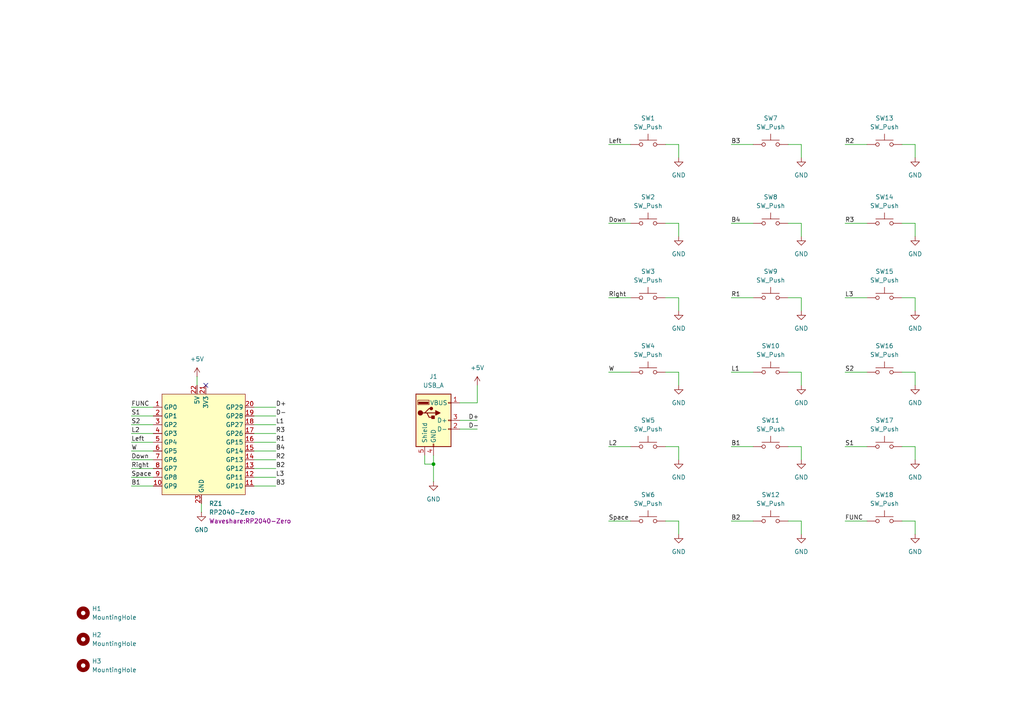
<source format=kicad_sch>
(kicad_sch (version 20250114) (generator "eeschema") (generator_version "9.0")
  (paper "A4")
  (lib_symbols
    (symbol "Connector:USB_A" (pin_names (offset 1.016))
      (property "Reference" "J" (at -5.08 11.43 0))
      (property "Value" "USB_A" (at -5.08 8.89 0))
      (symbol "USB_A_0_1"
        (rectangle (start -5.08 -7.62) (end 5.08 7.62) (stroke (width 0.254)) (fill (type background)))
        (circle (center -3.81 2.159) (radius 0.635) (stroke (width 0.254)) (fill (type outline)))
        (polyline (pts (xy -3.175 2.159) (xy -2.54 2.159) (xy -1.27 3.429) (xy -0.635 3.429)) (stroke (width 0.254)))
        (polyline (pts (xy -2.54 2.159) (xy -1.905 2.159) (xy -1.27 0.889) (xy 0 0.889)) (stroke (width 0.254)))
        (rectangle (start -1.524 4.826) (end -4.318 5.334) (fill (type outline)))
        (rectangle (start -1.27 4.572) (end -4.572 5.842))
        (circle (center -0.635 3.429) (radius 0.381) (stroke (width 0.254)) (fill (type outline)))
        (rectangle (start -0.127 -7.62) (end 0.127 -6.858))
        (rectangle (start 0.254 1.27) (end -0.508 0.508) (stroke (width 0.254)) (fill (type outline)))
        (polyline (pts (xy 0.635 2.794) (xy 0.635 1.524) (xy 1.905 2.159) (xy 0.635 2.794)) (stroke (width 0.254)) (fill (type outline)))
        (rectangle (start 5.08 4.953) (end 4.318 5.207))
        (rectangle (start 5.08 -0.127) (end 4.318 0.127))
        (rectangle (start 5.08 -2.667) (end 4.318 -2.413))
      )
      (symbol "USB_A_1_1"
        (polyline (pts (xy -1.905 2.159) (xy 0.635 2.159)) (stroke (width 0.254)))
        (pin passive line (at -2.54 -10.16 90) (length 2.54) (name "Shield") (number "5"))
        (pin power_in line (at 0 -10.16 90) (length 2.54) (name "GND") (number "4"))
        (pin power_in line (at 7.62 5.08 180) (length 2.54) (name "VBUS") (number "1"))
        (pin bidirectional line (at 7.62 0 180) (length 2.54) (name "D+") (number "3"))
        (pin bidirectional line (at 7.62 -2.54 180) (length 2.54) (name "D-") (number "2"))
      )
    )
    (symbol "Mechanical:MountingHole" (pin_names (offset 1.016)) (exclude_from_sim yes) (in_bom no)
      (property "Reference" "H" (at 0 5.08 0))
      (property "Value" "MountingHole" (at 0 3.175 0))
      (symbol "MountingHole_0_1"
        (circle (center 0 0) (radius 1.27) (stroke (width 1.27)))
      )
    )
    (symbol "Switch:SW_Push" (pin_numbers (hide yes)) (pin_names (offset 1.016) (hide yes))
      (property "Reference" "SW" (at 1.27 2.54 0))
      (property "Value" "SW_Push" (at 0 -1.524 0))
      (symbol "SW_Push_0_1"
        (circle (center -2.032 0) (radius 0.508))
        (polyline (pts (xy 0 1.27) (xy 0 3.048)))
        (circle (center 2.032 0) (radius 0.508))
        (polyline (pts (xy 2.54 1.27) (xy -2.54 1.27)))
        (pin passive line (at -5.08 0 0) (length 2.54) (name "1") (number "1"))
        (pin passive line (at 5.08 0 180) (length 2.54) (name "2") (number "2"))
      )
    )
    (symbol "Waveshare:RP2040-Zero"
      (property "Reference" "RZ" (at 0 0 0))
      (property "Value" "RP2040-Zero" (at 0 -2.54 0))
      (property "Footprint" "RP2040-Zero:RP2040-Zero" (at 0 0 0))
      (symbol "RP2040-Zero_0_1"
        (rectangle (start -11.43 -15.24) (end 12.7 13.97) (fill (type background)))
      )
      (symbol "RP2040-Zero_1_1"
        (pin bidirectional line (at -13.97 10.16 0) (length 2.54) (name "GP0") (number "1"))
        (pin bidirectional line (at -13.97 7.62 0) (length 2.54) (name "GP1") (number "2"))
        (pin bidirectional line (at -13.97 5.08 0) (length 2.54) (name "GP2") (number "3"))
        (pin bidirectional line (at -13.97 2.54 0) (length 2.54) (name "GP3") (number "4"))
        (pin bidirectional line (at -13.97 0 0) (length 2.54) (name "GP4") (number "5"))
        (pin bidirectional line (at -13.97 -2.54 0) (length 2.54) (name "GP5") (number "6"))
        (pin bidirectional line (at -13.97 -5.08 0) (length 2.54) (name "GP6") (number "7"))
        (pin bidirectional line (at -13.97 -7.62 0) (length 2.54) (name "GP7") (number "8"))
        (pin bidirectional line (at -13.97 -10.16 0) (length 2.54) (name "GP8") (number "9"))
        (pin bidirectional line (at -13.97 -12.7 0) (length 2.54) (name "GP9") (number "10"))
        (pin power_in line (at -1.27 16.51 270) (length 2.54) (name "5V") (number "22"))
        (pin power_in line (at 0 -17.78 90) (length 2.54) (name "GND") (number "23"))
        (pin power_in line (at 1.27 16.51 270) (length 2.54) (name "3V3") (number "21"))
        (pin bidirectional line (at 15.24 10.16 180) (length 2.54) (name "GP29") (number "20"))
        (pin bidirectional line (at 15.24 7.62 180) (length 2.54) (name "GP28") (number "19"))
        (pin bidirectional line (at 15.24 5.08 180) (length 2.54) (name "GP27") (number "18"))
        (pin bidirectional line (at 15.24 2.54 180) (length 2.54) (name "GP26") (number "17"))
        (pin bidirectional line (at 15.24 0 180) (length 2.54) (name "GP15") (number "16"))
        (pin bidirectional line (at 15.24 -2.54 180) (length 2.54) (name "GP14") (number "15"))
        (pin bidirectional line (at 15.24 -5.08 180) (length 2.54) (name "GP13") (number "14"))
        (pin bidirectional line (at 15.24 -7.62 180) (length 2.54) (name "GP12") (number "13"))
        (pin bidirectional line (at 15.24 -10.16 180) (length 2.54) (name "GP11") (number "12"))
        (pin bidirectional line (at 15.24 -12.7 180) (length 2.54) (name "GP10") (number "11"))
      )
    )
    (symbol "power:+5V" (power) (pin_numbers (hide yes)) (pin_names (offset 0) (hide yes))
      (property "Value" "+5V" (at 0 3.556 0))
      (symbol "+5V_0_1"
        (polyline (pts (xy -0.762 1.27) (xy 0 2.54)))
        (polyline (pts (xy 0 2.54) (xy 0.762 1.27)))
        (polyline (pts (xy 0 0) (xy 0 2.54)))
      )
      (symbol "+5V_1_1"
        (pin power_in line (at 0 0 90) (length 0) (name "~") (number "1"))
      )
    )
    (symbol "power:GND" (power) (pin_numbers (hide yes)) (pin_names (offset 0) (hide yes))
      (property "Value" "GND" (at 0 -3.81 0))
      (symbol "GND_0_1"
        (polyline (pts (xy 0 0) (xy 0 -1.27) (xy 1.27 -1.27) (xy 0 -2.54) (xy -1.27 -1.27) (xy 0 -1.27)))
      )
      (symbol "GND_1_1"
        (pin power_in line (at 0 0 270) (length 0) (name "~") (number "1"))
      )
    )
  )
  (junction (at 125.73 134.62))
  (no_connect (at 59.69 111.76))
  (wire (pts (xy 73.66 130.81) (xy 80.01 130.81)))
  (wire (pts (xy 265.43 86.36) (xy 265.43 90.17)))
  (wire (pts (xy 38.1 128.27) (xy 44.45 128.27)))
  (wire (pts (xy 232.41 129.54) (xy 232.41 133.35)))
  (wire (pts (xy 228.6 64.77) (xy 232.41 64.77)))
  (wire (pts (xy 176.53 86.36) (xy 182.88 86.36)))
  (wire (pts (xy 176.53 64.77) (xy 182.88 64.77)))
  (wire (pts (xy 73.66 118.11) (xy 80.01 118.11)))
  (wire (pts (xy 38.1 125.73) (xy 44.45 125.73)))
  (wire (pts (xy 73.66 123.19) (xy 80.01 123.19)))
  (wire (pts (xy 57.15 109.22) (xy 57.15 111.76)))
  (wire (pts (xy 38.1 123.19) (xy 44.45 123.19)))
  (wire (pts (xy 228.6 41.91) (xy 232.41 41.91)))
  (wire (pts (xy 138.43 116.84) (xy 138.43 111.76)))
  (wire (pts (xy 212.09 64.77) (xy 218.44 64.77)))
  (wire (pts (xy 228.6 86.36) (xy 232.41 86.36)))
  (wire (pts (xy 125.73 134.62) (xy 125.73 139.7)))
  (wire (pts (xy 38.1 138.43) (xy 44.45 138.43)))
  (wire (pts (xy 193.04 86.36) (xy 196.85 86.36)))
  (wire (pts (xy 232.41 107.95) (xy 232.41 111.76)))
  (wire (pts (xy 265.43 107.95) (xy 265.43 111.76)))
  (wire (pts (xy 38.1 140.97) (xy 44.45 140.97)))
  (wire (pts (xy 193.04 41.91) (xy 196.85 41.91)))
  (wire (pts (xy 261.62 86.36) (xy 265.43 86.36)))
  (wire (pts (xy 196.85 86.36) (xy 196.85 90.17)))
  (wire (pts (xy 261.62 151.13) (xy 265.43 151.13)))
  (wire (pts (xy 232.41 86.36) (xy 232.41 90.17)))
  (wire (pts (xy 58.42 146.05) (xy 58.42 148.59)))
  (wire (pts (xy 73.66 128.27) (xy 80.01 128.27)))
  (wire (pts (xy 245.11 151.13) (xy 251.46 151.13)))
  (wire (pts (xy 196.85 129.54) (xy 196.85 133.35)))
  (wire (pts (xy 196.85 151.13) (xy 196.85 154.94)))
  (wire (pts (xy 196.85 107.95) (xy 196.85 111.76)))
  (wire (pts (xy 38.1 120.65) (xy 44.45 120.65)))
  (wire (pts (xy 261.62 41.91) (xy 265.43 41.91)))
  (wire (pts (xy 193.04 151.13) (xy 196.85 151.13)))
  (wire (pts (xy 196.85 41.91) (xy 196.85 45.72)))
  (wire (pts (xy 73.66 120.65) (xy 80.01 120.65)))
  (wire (pts (xy 228.6 107.95) (xy 232.41 107.95)))
  (wire (pts (xy 265.43 151.13) (xy 265.43 154.94)))
  (wire (pts (xy 73.66 135.89) (xy 80.01 135.89)))
  (wire (pts (xy 232.41 151.13) (xy 232.41 154.94)))
  (wire (pts (xy 196.85 64.77) (xy 196.85 68.58)))
  (wire (pts (xy 193.04 64.77) (xy 196.85 64.77)))
  (wire (pts (xy 245.11 64.77) (xy 251.46 64.77)))
  (wire (pts (xy 73.66 133.35) (xy 80.01 133.35)))
  (wire (pts (xy 133.35 124.46) (xy 138.43 124.46)))
  (wire (pts (xy 265.43 64.77) (xy 265.43 68.58)))
  (wire (pts (xy 261.62 129.54) (xy 265.43 129.54)))
  (wire (pts (xy 38.1 130.81) (xy 44.45 130.81)))
  (wire (pts (xy 125.73 132.08) (xy 125.73 134.62)))
  (wire (pts (xy 245.11 41.91) (xy 251.46 41.91)))
  (wire (pts (xy 73.66 138.43) (xy 80.01 138.43)))
  (wire (pts (xy 73.66 125.73) (xy 80.01 125.73)))
  (wire (pts (xy 212.09 107.95) (xy 218.44 107.95)))
  (wire (pts (xy 123.19 134.62) (xy 125.73 134.62)))
  (wire (pts (xy 245.11 107.95) (xy 251.46 107.95)))
  (wire (pts (xy 265.43 129.54) (xy 265.43 133.35)))
  (wire (pts (xy 261.62 107.95) (xy 265.43 107.95)))
  (wire (pts (xy 212.09 129.54) (xy 218.44 129.54)))
  (wire (pts (xy 245.11 86.36) (xy 251.46 86.36)))
  (wire (pts (xy 212.09 151.13) (xy 218.44 151.13)))
  (wire (pts (xy 73.66 140.97) (xy 80.01 140.97)))
  (wire (pts (xy 212.09 41.91) (xy 218.44 41.91)))
  (wire (pts (xy 228.6 151.13) (xy 232.41 151.13)))
  (wire (pts (xy 123.19 132.08) (xy 123.19 134.62)))
  (wire (pts (xy 228.6 129.54) (xy 232.41 129.54)))
  (wire (pts (xy 265.43 41.91) (xy 265.43 45.72)))
  (wire (pts (xy 38.1 118.11) (xy 44.45 118.11)))
  (wire (pts (xy 176.53 41.91) (xy 182.88 41.91)))
  (wire (pts (xy 232.41 41.91) (xy 232.41 45.72)))
  (wire (pts (xy 212.09 86.36) (xy 218.44 86.36)))
  (wire (pts (xy 193.04 129.54) (xy 196.85 129.54)))
  (wire (pts (xy 38.1 135.89) (xy 44.45 135.89)))
  (wire (pts (xy 176.53 129.54) (xy 182.88 129.54)))
  (wire (pts (xy 38.1 133.35) (xy 44.45 133.35)))
  (wire (pts (xy 176.53 107.95) (xy 182.88 107.95)))
  (wire (pts (xy 133.35 121.92) (xy 138.43 121.92)))
  (wire (pts (xy 176.53 151.13) (xy 182.88 151.13)))
  (wire (pts (xy 193.04 107.95) (xy 196.85 107.95)))
  (wire (pts (xy 261.62 64.77) (xy 265.43 64.77)))
  (wire (pts (xy 232.41 64.77) (xy 232.41 68.58)))
  (wire (pts (xy 133.35 116.84) (xy 138.43 116.84)))
  (wire (pts (xy 245.11 129.54) (xy 251.46 129.54)))
  (label "FUNC" (at 38.1 118.11 0))
  (label "Space" (at 176.53 151.13 0))
  (label "Right" (at 38.1 135.89 0))
  (label "Right" (at 176.53 86.36 0))
  (label "S1" (at 245.11 129.54 0))
  (label "S2" (at 38.1 123.19 0))
  (label "FUNC" (at 245.11 151.13 0))
  (label "R2" (at 245.11 41.91 0))
  (label "B1" (at 38.1 140.97 0))
  (label "L1" (at 80.01 123.19 0))
  (label "D-" (at 80.01 120.65 0))
  (label "D-" (at 135.89 124.46 0))
  (label "Down" (at 176.53 64.77 0))
  (label "L3" (at 80.01 138.43 0))
  (label "B4" (at 80.01 130.81 0))
  (label "R1" (at 80.01 128.27 0))
  (label "R3" (at 245.11 64.77 0))
  (label "R2" (at 80.01 133.35 0))
  (label "W" (at 176.53 107.95 0))
  (label "Left" (at 38.1 128.27 0))
  (label "B1" (at 212.09 129.54 0))
  (label "B3" (at 80.01 140.97 0))
  (label "S1" (at 38.1 120.65 0))
  (label "B3" (at 212.09 41.91 0))
  (label "B2" (at 212.09 151.13 0))
  (label "R1" (at 212.09 86.36 0))
  (label "L2" (at 38.1 125.73 0))
  (label "S2" (at 245.11 107.95 0))
  (label "Left" (at 176.53 41.91 0))
  (label "Space" (at 38.1 138.43 0))
  (label "L2" (at 176.53 129.54 0))
  (label "D+" (at 80.01 118.11 0))
  (label "Down" (at 38.1 133.35 0))
  (label "R3" (at 80.01 125.73 0))
  (label "L1" (at 212.09 107.95 0))
  (label "B2" (at 80.01 135.89 0))
  (label "B4" (at 212.09 64.77 0))
  (label "W" (at 38.1 130.81 0))
  (label "L3" (at 245.11 86.36 0))
  (label "D+" (at 135.89 121.92 0))
  (symbol (lib_id "Switch:SW_Push") (at 223.52 107.95 0) (unit 1)
    (property "Reference" "SW10" (at 223.52 100.33 0))
    (property "Value" "SW_Push" (at 223.52 102.87 0))
    (property "Footprint" "Library:SW_Gateron_LowProfile_THT" (effects (hide yes)))
  )
  (symbol (lib_id "power:GND") (at 232.41 90.17 0) (unit 1)
    (property "Reference" "#PWR013" (effects (hide yes)))
    (property "Value" "GND" (at 232.41 95.25 0))
    (property "Description" "Power symbol creates a global label with name \"GND\" , ground" (effects (hide yes)))
  )
  (symbol (lib_id "Mechanical:MountingHole") (at 24.13 185.42 0) (unit 1) (exclude_from_sim yes) (in_bom no)
    (property "Reference" "H2" (at 26.67 184.1499 0) (effects (justify left)))
    (property "Value" "MountingHole" (at 26.67 186.6899 0) (effects (justify left)))
    (property "Footprint" "MountingHole:MountingHole_3.2mm_M3" (effects (hide yes)))
    (property "Description" "Mounting Hole without connection" (effects (hide yes)))
  )
  (symbol (lib_id "power:GND") (at 265.43 133.35 0) (unit 1)
    (property "Reference" "#PWR021" (effects (hide yes)))
    (property "Value" "GND" (at 265.43 138.43 0))
    (property "Description" "Power symbol creates a global label with name \"GND\" , ground" (effects (hide yes)))
  )
  (symbol (lib_id "Switch:SW_Push") (at 187.96 41.91 0) (unit 1)
    (property "Reference" "SW1" (at 187.96 34.29 0))
    (property "Value" "SW_Push" (at 187.96 36.83 0))
    (property "Footprint" "Library:SW_Gateron_LowProfile_THT" (effects (hide yes)))
  )
  (symbol (lib_id "Switch:SW_Push") (at 223.52 151.13 0) (unit 1)
    (property "Reference" "SW12" (at 223.52 143.51 0))
    (property "Value" "SW_Push" (at 223.52 146.05 0))
    (property "Footprint" "Library:SW_Gateron_LowProfile_THT" (effects (hide yes)))
  )
  (symbol (lib_id "Mechanical:MountingHole") (at 24.13 177.8 0) (unit 1) (exclude_from_sim yes) (in_bom no)
    (property "Reference" "H1" (at 26.67 176.5299 0) (effects (justify left)))
    (property "Value" "MountingHole" (at 26.67 179.0699 0) (effects (justify left)))
    (property "Footprint" "MountingHole:MountingHole_3.2mm_M3" (effects (hide yes)))
    (property "Description" "Mounting Hole without connection" (effects (hide yes)))
  )
  (symbol (lib_id "power:GND") (at 232.41 45.72 0) (unit 1)
    (property "Reference" "#PWR011" (effects (hide yes)))
    (property "Value" "GND" (at 232.41 50.8 0))
    (property "Description" "Power symbol creates a global label with name \"GND\" , ground" (effects (hide yes)))
  )
  (symbol (lib_id "power:GND") (at 196.85 154.94 0) (unit 1)
    (property "Reference" "#PWR010" (effects (hide yes)))
    (property "Value" "GND" (at 196.85 160.02 0))
    (property "Description" "Power symbol creates a global label with name \"GND\" , ground" (effects (hide yes)))
  )
  (symbol (lib_id "Switch:SW_Push") (at 187.96 129.54 0) (unit 1)
    (property "Reference" "SW5" (at 187.96 121.92 0))
    (property "Value" "SW_Push" (at 187.96 124.46 0))
    (property "Footprint" "Library:SW_Gateron_LowProfile_THT" (effects (hide yes)))
  )
  (symbol (lib_id "Switch:SW_Push") (at 256.54 151.13 0) (unit 1)
    (property "Reference" "SW18" (at 256.54 143.51 0))
    (property "Value" "SW_Push" (at 256.54 146.05 0))
    (property "Footprint" "Library:6x6 vertical button" (effects (hide yes)))
  )
  (symbol (lib_id "power:GND") (at 232.41 133.35 0) (unit 1)
    (property "Reference" "#PWR015" (effects (hide yes)))
    (property "Value" "GND" (at 232.41 138.43 0))
    (property "Description" "Power symbol creates a global label with name \"GND\" , ground" (effects (hide yes)))
  )
  (symbol (lib_id "Switch:SW_Push") (at 187.96 107.95 0) (unit 1)
    (property "Reference" "SW4" (at 187.96 100.33 0))
    (property "Value" "SW_Push" (at 187.96 102.87 0))
    (property "Footprint" "Library:SW_Gateron_LowProfile_THT" (effects (hide yes)))
  )
  (symbol (lib_id "power:GND") (at 232.41 111.76 0) (unit 1)
    (property "Reference" "#PWR014" (effects (hide yes)))
    (property "Value" "GND" (at 232.41 116.84 0))
    (property "Description" "Power symbol creates a global label with name \"GND\" , ground" (effects (hide yes)))
  )
  (symbol (lib_id "power:GND") (at 265.43 111.76 0) (unit 1)
    (property "Reference" "#PWR020" (effects (hide yes)))
    (property "Value" "GND" (at 265.43 116.84 0))
    (property "Description" "Power symbol creates a global label with name \"GND\" , ground" (effects (hide yes)))
  )
  (symbol (lib_id "power:GND") (at 196.85 111.76 0) (unit 1)
    (property "Reference" "#PWR08" (effects (hide yes)))
    (property "Value" "GND" (at 196.85 116.84 0))
    (property "Description" "Power symbol creates a global label with name \"GND\" , ground" (effects (hide yes)))
  )
  (symbol (lib_id "Switch:SW_Push") (at 256.54 107.95 0) (unit 1)
    (property "Reference" "SW16" (at 256.54 100.33 0))
    (property "Value" "SW_Push" (at 256.54 102.87 0))
    (property "Footprint" "Library:6x6 vertical button" (effects (hide yes)))
  )
  (symbol (lib_id "power:GND") (at 232.41 154.94 0) (unit 1)
    (property "Reference" "#PWR016" (effects (hide yes)))
    (property "Value" "GND" (at 232.41 160.02 0))
    (property "Description" "Power symbol creates a global label with name \"GND\" , ground" (effects (hide yes)))
  )
  (symbol (lib_id "Switch:SW_Push") (at 223.52 41.91 0) (unit 1)
    (property "Reference" "SW7" (at 223.52 34.29 0))
    (property "Value" "SW_Push" (at 223.52 36.83 0))
    (property "Footprint" "Library:SW_Gateron_LowProfile_THT" (effects (hide yes)))
  )
  (symbol (lib_id "power:GND") (at 232.41 68.58 0) (unit 1)
    (property "Reference" "#PWR012" (effects (hide yes)))
    (property "Value" "GND" (at 232.41 73.66 0))
    (property "Description" "Power symbol creates a global label with name \"GND\" , ground" (effects (hide yes)))
  )
  (symbol (lib_id "power:GND") (at 196.85 45.72 0) (unit 1)
    (property "Reference" "#PWR05" (effects (hide yes)))
    (property "Value" "GND" (at 196.85 50.8 0))
    (property "Description" "Power symbol creates a global label with name \"GND\" , ground" (effects (hide yes)))
  )
  (symbol (lib_id "Switch:SW_Push") (at 187.96 64.77 0) (unit 1)
    (property "Reference" "SW2" (at 187.96 57.15 0))
    (property "Value" "SW_Push" (at 187.96 59.69 0))
    (property "Footprint" "Library:SW_Gateron_LowProfile_THT" (effects (hide yes)))
  )
  (symbol (lib_id "power:GND") (at 265.43 90.17 0) (unit 1)
    (property "Reference" "#PWR019" (effects (hide yes)))
    (property "Value" "GND" (at 265.43 95.25 0))
    (property "Description" "Power symbol creates a global label with name \"GND\" , ground" (effects (hide yes)))
  )
  (symbol (lib_id "Connector:USB_A") (at 125.73 121.92 0) (unit 1)
    (property "Reference" "J1" (at 125.73 109.22 0))
    (property "Value" "USB_A" (at 125.73 111.76 0))
    (property "Footprint" "Connector_USB:USB_A_TE_292303-7_Horizontal" (effects (hide yes)))
    (property "Description" "USB Type A connector" (effects (hide yes)))
  )
  (symbol (lib_id "Switch:SW_Push") (at 256.54 129.54 0) (unit 1)
    (property "Reference" "SW17" (at 256.54 121.92 0))
    (property "Value" "SW_Push" (at 256.54 124.46 0))
    (property "Footprint" "Library:6x6 vertical button" (effects (hide yes)))
  )
  (symbol (lib_id "power:GND") (at 196.85 68.58 0) (unit 1)
    (property "Reference" "#PWR06" (effects (hide yes)))
    (property "Value" "GND" (at 196.85 73.66 0))
    (property "Description" "Power symbol creates a global label with name \"GND\" , ground" (effects (hide yes)))
  )
  (symbol (lib_id "Switch:SW_Push") (at 187.96 151.13 0) (unit 1)
    (property "Reference" "SW6" (at 187.96 143.51 0))
    (property "Value" "SW_Push" (at 187.96 146.05 0))
    (property "Footprint" "Library:SW_Gateron_LowProfile_THT" (effects (hide yes)))
  )
  (symbol (lib_id "Switch:SW_Push") (at 256.54 64.77 0) (unit 1)
    (property "Reference" "SW14" (at 256.54 57.15 0))
    (property "Value" "SW_Push" (at 256.54 59.69 0))
    (property "Footprint" "Library:SW_Gateron_LowProfile_THT" (effects (hide yes)))
  )
  (symbol (lib_id "power:GND") (at 196.85 133.35 0) (unit 1)
    (property "Reference" "#PWR09" (effects (hide yes)))
    (property "Value" "GND" (at 196.85 138.43 0))
    (property "Description" "Power symbol creates a global label with name \"GND\" , ground" (effects (hide yes)))
  )
  (symbol (lib_id "power:GND") (at 125.73 139.7 0) (unit 1)
    (property "Reference" "#PWR04" (effects (hide yes)))
    (property "Value" "GND" (at 125.73 144.78 0))
    (property "Description" "Power symbol creates a global label with name \"GND\" , ground" (effects (hide yes)))
  )
  (symbol (lib_id "Switch:SW_Push") (at 223.52 129.54 0) (unit 1)
    (property "Reference" "SW11" (at 223.52 121.92 0))
    (property "Value" "SW_Push" (at 223.52 124.46 0))
    (property "Footprint" "Library:SW_Gateron_LowProfile_THT" (effects (hide yes)))
  )
  (symbol (lib_id "power:GND") (at 265.43 68.58 0) (unit 1)
    (property "Reference" "#PWR018" (effects (hide yes)))
    (property "Value" "GND" (at 265.43 73.66 0))
    (property "Description" "Power symbol creates a global label with name \"GND\" , ground" (effects (hide yes)))
  )
  (symbol (lib_id "power:GND") (at 265.43 154.94 0) (unit 1)
    (property "Reference" "#PWR022" (effects (hide yes)))
    (property "Value" "GND" (at 265.43 160.02 0))
    (property "Description" "Power symbol creates a global label with name \"GND\" , ground" (effects (hide yes)))
  )
  (symbol (lib_id "Switch:SW_Push") (at 256.54 41.91 0) (unit 1)
    (property "Reference" "SW13" (at 256.54 34.29 0))
    (property "Value" "SW_Push" (at 256.54 36.83 0))
    (property "Footprint" "Library:SW_Gateron_LowProfile_THT" (effects (hide yes)))
  )
  (symbol (lib_id "Switch:SW_Push") (at 256.54 86.36 0) (unit 1)
    (property "Reference" "SW15" (at 256.54 78.74 0))
    (property "Value" "SW_Push" (at 256.54 81.28 0))
    (property "Footprint" "Library:SW_Gateron_LowProfile_THT" (effects (hide yes)))
  )
  (symbol (lib_id "Switch:SW_Push") (at 223.52 64.77 0) (unit 1)
    (property "Reference" "SW8" (at 223.52 57.15 0))
    (property "Value" "SW_Push" (at 223.52 59.69 0))
    (property "Footprint" "Library:SW_Gateron_LowProfile_THT" (effects (hide yes)))
  )
  (symbol (lib_id "power:GND") (at 196.85 90.17 0) (unit 1)
    (property "Reference" "#PWR07" (effects (hide yes)))
    (property "Value" "GND" (at 196.85 95.25 0))
    (property "Description" "Power symbol creates a global label with name \"GND\" , ground" (effects (hide yes)))
  )
  (symbol (lib_id "power:+5V") (at 57.15 109.22 0) (unit 1)
    (property "Reference" "#PWR01" (effects (hide yes)))
    (property "Value" "+5V" (at 57.15 104.14 0))
    (property "Description" "Power symbol creates a global label with name \"+5V\"" (effects (hide yes)))
  )
  (symbol (lib_id "Switch:SW_Push") (at 223.52 86.36 0) (unit 1)
    (property "Reference" "SW9" (at 223.52 78.74 0))
    (property "Value" "SW_Push" (at 223.52 81.28 0))
    (property "Footprint" "Library:SW_Gateron_LowProfile_THT" (effects (hide yes)))
  )
  (symbol (lib_id "power:+5V") (at 138.43 111.76 0) (unit 1)
    (property "Reference" "#PWR03" (effects (hide yes)))
    (property "Value" "+5V" (at 138.43 106.68 0))
    (property "Description" "Power symbol creates a global label with name \"+5V\"" (effects (hide yes)))
  )
  (symbol (lib_id "power:GND") (at 265.43 45.72 0) (unit 1)
    (property "Reference" "#PWR017" (effects (hide yes)))
    (property "Value" "GND" (at 265.43 50.8 0))
    (property "Description" "Power symbol creates a global label with name \"GND\" , ground" (effects (hide yes)))
  )
  (symbol (lib_id "Waveshare:RP2040-Zero") (at 58.42 128.27 0) (unit 1)
    (property "Reference" "RZ1" (at 60.6141 146.05 0) (effects (justify left)))
    (property "Value" "RP2040-Zero" (at 60.6141 148.59 0) (effects (justify left)))
    (property "Footprint" "Waveshare:RP2040-Zero" (at 60.6141 151.13 0) (effects (justify left)))
  )
  (symbol (lib_id "Switch:SW_Push") (at 187.96 86.36 0) (unit 1)
    (property "Reference" "SW3" (at 187.96 78.74 0))
    (property "Value" "SW_Push" (at 187.96 81.28 0))
    (property "Footprint" "Library:SW_Gateron_LowProfile_THT" (effects (hide yes)))
  )
  (symbol (lib_id "Mechanical:MountingHole") (at 24.13 193.04 0) (unit 1) (exclude_from_sim yes) (in_bom no)
    (property "Reference" "H3" (at 26.67 191.7699 0) (effects (justify left)))
    (property "Value" "MountingHole" (at 26.67 194.3099 0) (effects (justify left)))
    (property "Footprint" "MountingHole:MountingHole_3.2mm_M3" (effects (hide yes)))
    (property "Description" "Mounting Hole without connection" (effects (hide yes)))
  )
  (symbol (lib_id "power:GND") (at 58.42 148.59 0) (unit 1)
    (property "Reference" "#PWR02" (effects (hide yes)))
    (property "Value" "GND" (at 58.42 153.67 0))
    (property "Description" "Power symbol creates a global label with name \"GND\" , ground" (effects (hide yes)))
  )
)
</source>
